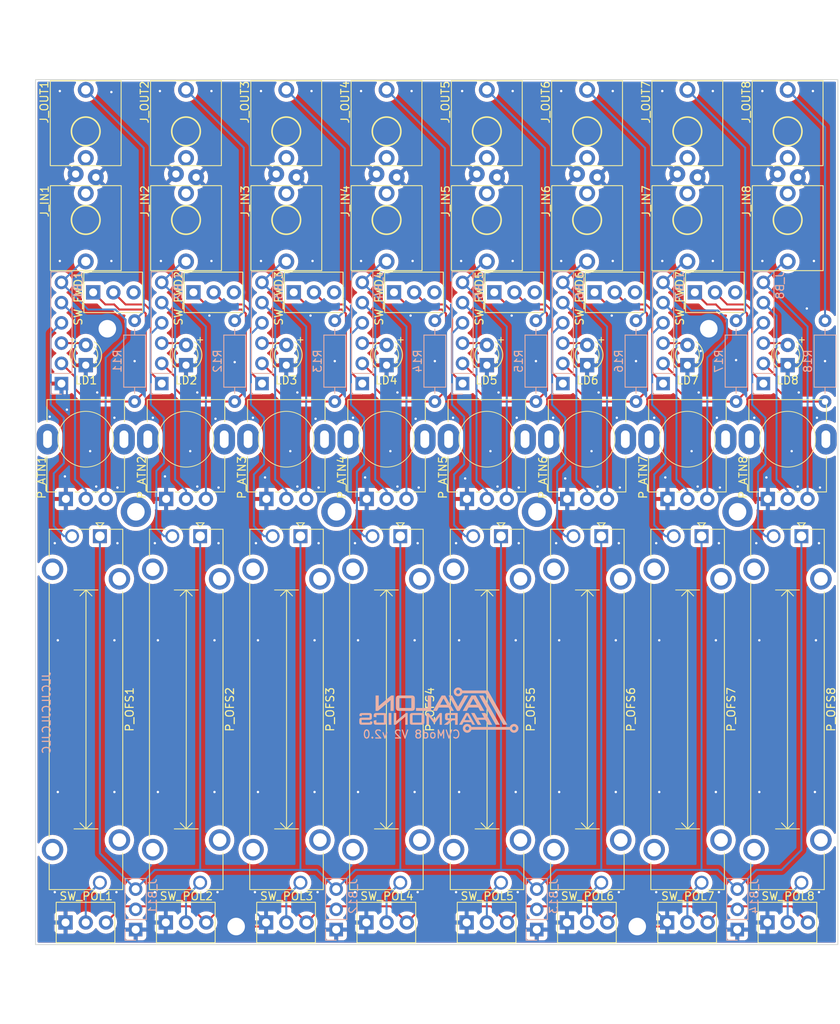
<source format=kicad_pcb>
(kicad_pcb (version 20240108) (generator "pcbnew") (generator_version "8.0")
  (layers (0 "F.Cu" signal) (31 "B.Cu" signal) (34 "B.Paste" user) (35 "F.Paste" user) (36 "B.SilkS" user "B.Silkscreen") (37 "F.SilkS" user "F.Silkscreen") (38 "B.Mask" user) (39 "F.Mask" user) (44 "Edge.Cuts" user))
  (net 0 "")
  (net 1 "Net-(J_B4-Pin_2)")
  (net 2 "Net-(J_OUT4-PadSIG)")
  (net 3 "Net-(J_B5-Pin_2)")
  (net 4 "Net-(J_OUT5-PadSIG)")
  (net 5 "Net-(J_B7-Pin_2)")
  (net 6 "Net-(J_OUT7-PadSIG)")
  (net 7 "Net-(J_OUT8-PadSIG)")
  (net 8 "Net-(J_B8-Pin_2)")
  (net 9 "Net-(J_OUT1-PadSIG)")
  (net 10 "Net-(J_B1-Pin_2)")
  (net 11 "Net-(J_OUT6-PadSIG)")
  (net 12 "Net-(J_B6-Pin_2)")
  (net 13 "Net-(J_B3-Pin_2)")
  (net 14 "Net-(J_OUT3-PadSIG)")
  (net 15 "Net-(J_B2-Pin_2)")
  (net 16 "Net-(J_OUT2-PadSIG)")
  (net 17 "Net-(SW_POL6-B)")
  (net 18 "+5V")
  (net 19 "Net-(J_B6-Pin_4)")
  (net 20 "Net-(SW_POL5-B)")
  (net 21 "Net-(J_B5-Pin_4)")
  (net 22 "Net-(J_B8-Pin_4)")
  (net 23 "Net-(SW_POL8-B)")
  (net 24 "Net-(SW_POL7-B)")
  (net 25 "Net-(J_B7-Pin_4)")
  (net 26 "Net-(SW_POL4-B)")
  (net 27 "Net-(J_B4-Pin_4)")
  (net 28 "Net-(J_B3-Pin_4)")
  (net 29 "Net-(SW_POL3-B)")
  (net 30 "Net-(SW_POL2-B)")
  (net 31 "Net-(J_B2-Pin_4)")
  (net 32 "Net-(SW_POL1-B)")
  (net 33 "Net-(J_B1-Pin_4)")
  (net 34 "-5V")
  (net 35 "GND")
  (net 36 "Net-(J_B2-Pin_3)")
  (net 37 "Net-(J_B3-Pin_3)")
  (net 38 "Net-(J_B4-Pin_3)")
  (net 39 "Net-(J_B5-Pin_3)")
  (net 40 "Net-(J_B6-Pin_3)")
  (net 41 "Net-(J_B7-Pin_3)")
  (net 42 "Net-(J_B8-Pin_3)")
  (net 43 "Net-(J_B1-Pin_3)")
  (net 45 "/FWD3")
  (net 47 "/FWD1")
  (net 48 "/FWD2")
  (net 50 "/FWD4")
  (net 53 "/FWD5")
  (net 55 "/FWD6")
  (net 56 "/FWD7")
  (net 58 "Net-(J_B5-Pin_5)")
  (net 59 "Net-(J_B5-Pin_6)")
  (net 60 "Net-(J_B6-Pin_5)")
  (net 61 "Net-(J_B6-Pin_6)")
  (net 62 "Net-(J_B7-Pin_5)")
  (net 63 "Net-(J_B7-Pin_6)")
  (net 64 "Net-(J_B8-Pin_6)")
  (net 65 "Net-(J_B8-Pin_5)")
  (net 66 "Net-(J_B1-Pin_5)")
  (net 67 "Net-(J_B1-Pin_6)")
  (net 68 "Net-(J_B2-Pin_6)")
  (net 69 "Net-(J_B2-Pin_5)")
  (net 70 "Net-(J_B3-Pin_6)")
  (net 71 "Net-(J_B3-Pin_5)")
  (net 72 "Net-(J_B4-Pin_5)")
  (net 73 "Net-(J_B4-Pin_6)")
  (footprint "Eurorack:Potentiometer Song Huei 9mm Trimmer" (layer "F.Cu") (at 59.4156 86.9002 90)
    (property "Reference" "P_ATN2")
    (property "Value" "B100k" (hide yes))
  )
  (footprint "Eurorack:PJ301M-12 Offset" (layer "F.Cu") (at 109.8092 59.3648 180)
    (property "Reference" "J_IN6")
    (property "Value" "PJ301M-12" (hide yes))
  )
  (footprint "LED_THT:LED_D3.0mm_FlatTop" (layer "F.Cu") (at 84.6124 77.597 90)
    (property "Reference" "LD4")
    (property "Value" "LED (Bi)")
  )
  (footprint "Eurorack:SPDT" (layer "F.Cu") (at 62.8904 68.453 90)
    (property "Reference" "SW_FWD2")
    (property "Value" "SW_SPDT")
  )
  (footprint "Eurorack:SPDT" (layer "F.Cu") (at 46.8172 147.574 90)
    (property "Reference" "SW_POL1")
    (property "Value" "SW_SPDT")
  )
  (footprint "Eurorack:SPDT" (layer "F.Cu") (at 135.006 147.574 90)
    (property "Reference" "SW_POL8")
    (property "Value" "SW_SPDT")
  )
  (footprint "Potentiometer_THT:Potentiometer_Bourns_PTA3043_Single_Slide" (layer "F.Cu") (at 111.5872 99.0728 -90)
    (property "Reference" "P_OFS6")
    (property "Value" "B100k")
  )
  (footprint "Potentiometer_THT:Potentiometer_Bourns_PTA3043_Single_Slide" (layer "F.Cu") (at 86.3396 99.0728 -90)
    (property "Reference" "P_OFS4")
    (property "Value" "B100k")
  )
  (footprint "Eurorack:PJ301M-12 Offset" (layer "F.Cu") (at 122.4076 59.3648 180)
    (property "Reference" "J_IN7")
    (property "Value" "PJ301M-12" (hide yes))
  )
  (footprint "Eurorack:PJ301M-12 Offset" (layer "F.Cu") (at 46.8172 48.2396)
    (property "Reference" "J_OUT1")
    (property "Value" "PJ301M-12" (hide yes))
  )
  (footprint "Eurorack:SPDT" (layer "F.Cu") (at 75.4888 68.453 90)
    (property "Reference" "SW_FWD3")
    (property "Value" "SW_SPDT")
  )
  (footprint "LED_THT:LED_D3.0mm_FlatTop" (layer "F.Cu") (at 97.2108 77.597 90)
    (property "Reference" "LD5")
    (property "Value" "LED (Bi)")
  )
  (footprint "LED_THT:LED_D3.0mm_FlatTop" (layer "F.Cu") (at 109.8092 77.597 90)
    (property "Reference" "LD6")
    (property "Value" "LED (Bi)")
  )
  (footprint "Eurorack:M2 Screw Hole" (layer "F.Cu") (at 116.1084 148.082)
    (property "Reference" "REF**" (hide yes))
    (property "Value" "M2 Screw Hole" (hide yes))
  )
  (footprint "Eurorack:SPDT" (layer "F.Cu") (at 122.4076 147.574 90)
    (property "Reference" "SW_POL7")
    (property "Value" "SW_SPDT")
  )
  (footprint "Eurorack:M2 Screw Hole" (layer "F.Cu") (at 65.7148 148.082)
    (property "Reference" "REF**" (hide yes))
    (property "Value" "M2 Screw Hole" (hide yes))
  )
  (footprint "Eurorack:PJ301M-12 Offset" (layer "F.Cu") (at 109.8092 48.2396)
    (property "Reference" "J_OUT6")
    (property "Value" "PJ301M-12" (hide yes))
  )
  (footprint "Eurorack:Potentiometer Song Huei 9mm Trimmer" (layer "F.Cu") (at 84.6124 86.9002 90)
    (property "Reference" "P_ATN4")
    (property "Value" "B100k" (hide yes))
  )
  (footprint "LED_THT:LED_D3.0mm_FlatTop" (layer "F.Cu") (at 46.8172 77.597 90)
    (property "Reference" "LD1")
    (property "Value" "LED (Bi)")
  )
  (footprint "Eurorack:M2 Screw Hole" (layer "F.Cu") (at 128.7068 96.012)
    (property "Reference" "REF**" (hide yes))
    (property "Value" "M2 Screw Hole" (hide yes))
  )
  (footprint "Potentiometer_THT:Potentiometer_Bourns_PTA3043_Single_Slide" (layer "F.Cu") (at 61.1936 99.0728 -90)
    (property "Reference" "P_OFS2")
    (property "Value" "B100k")
  )
  (footprint "Eurorack:SPDT" (layer "F.Cu") (at 97.2108 147.574 90)
    (property "Reference" "SW_POL5")
    (property "Value" "SW_SPDT")
  )
  (footprint "Potentiometer_THT:Potentiometer_Bourns_PTA3043_Single_Slide" (layer "F.Cu") (at 98.9888 99.0728 -90)
    (property "Reference" "P_OFS5")
    (property "Value" "B100k")
  )
  (footprint "Eurorack:PJ301M-12 Offset" (layer "F.Cu") (at 72.014 48.2396)
    (property "Reference" "J_OUT3")
    (property "Value" "PJ301M-12" (hide yes))
  )
  (footprint "Eurorack:Potentiometer Song Huei 9mm Trimmer" (layer "F.Cu") (at 72.014 86.9002 90)
    (property "Reference" "P_ATN3")
    (property "Value" "B100k" (hide yes))
  )
  (footprint "Eurorack:PJ301M-12 Offset" (layer "F.Cu") (at 84.6124 59.3648 180)
    (property "Reference" "J_IN4")
    (property "Value" "PJ301M-12" (hide yes))
  )
  (footprint "Potentiometer_THT:Potentiometer_Bourns_PTA3043_Single_Slide" (layer "F.Cu") (at 124.1856 99.0728 -90)
    (property "Reference" "P_OFS7")
    (property "Value" "B100k")
  )
  (footprint "Eurorack:M2 Screw Hole" (layer "F.Cu") (at 125.095 73.025)
    (property "Reference" "REF**" (hide yes))
    (property "Value" "M2 Screw Hole" (hide yes))
  )
  (footprint "Eurorack:M2 Screw Hole" (layer "F.Cu") (at 49.53 73.025)
    (property "Reference" "REF**" (hide yes))
    (property "Value" "M2 Screw Hole" (hide yes))
  )
  (footprint "Eurorack:PJ301M-12 Offset" (layer "F.Cu") (at 135.006 48.2396)
    (property "Reference" "J_OUT8")
    (property "Value" "PJ301M-12" (hide yes))
  )
  (footprint "Potentiometer_THT:Potentiometer_Bourns_PTA3043_Single_Slide" (layer "F.Cu") (at 73.792 99.0728 -90)
    (property "Reference" "P_OFS3")
    (property "Value" "B100k")
  )
  (footprint "Eurorack:M2 Screw Hole" (layer "F.Cu") (at 103.51 96.012)
    (property "Reference" "REF**" (hide yes))
    (property "Value" "M2 Screw Hole" (hide yes))
  )
  (footprint "Eurorack:SPDT" (layer "F.Cu") (at 72.014 147.574 90)
    (property "Reference" "SW_POL3")
    (property "Value" "SW_SPDT")
  )
  (footprint "Eurorack:PJ301M-12 Offset" (layer "F.Cu") (at 135.006 59.3648 180)
    (property "Reference" "J_IN8")
    (property "Value" "PJ301M-12" (hide yes))
  )
  (footprint "LED_THT:LED_D3.0mm_FlatTop" (layer "F.Cu") (at 59.4156 77.597 90)
    (property "Reference" "LD2")
    (property "Value" "LED (Bi)")
  )
  (footprint "Eurorack:SPDT" (layer "F.Cu") (at 50.292 68.453 90)
    (property "Reference" "SW_FWD1")
    (property "Value" "SW_SPDT")
  )
  (footprint "Eurorack:SPDT" (layer "F.Cu") (at 88.0872 68.453 90)
    (property "Reference" "SW_FWD4")
    (property "Value" "SW_SPDT")
  )
  (footprint "Potentiometer_THT:Potentiometer_Bourns_PTA3043_Single_Slide" (layer "F.Cu") (at 136.7332 99.0728 -90)
    (property "Reference" "P_OFS8")
    (property "Value" "B100k")
  )
  (footprint "Eurorack:PJ301M-12 Offset" (layer "F.Cu") (at 84.6124 48.2396)
    (property "Reference" "J_OUT4")
    (property "Value" "PJ301M-12" (hide yes))
  )
  (footprint "Eurorack:Potentiometer Song Huei 9mm Trimmer" (layer "F.Cu") (at 97.2108 86.9002 90)
    (property "Reference" "P_ATN5")
    (property "Value" "B100k" (hide yes))
  )
  (footprint "LED_THT:LED_D3.0mm_FlatTop" (layer "F.Cu") (at 72.014 77.597 90)
    (property "Reference" "LD3")
    (property "Value" "LED (Bi)")
  )
  (footprint "Eurorack:PJ301M-12 Offset" (layer "F.Cu") (at 59.4156 48.2396)
    (property "Reference" "J_OUT2")
    (property "Value" "PJ301M-12" (hide yes))
  )
  (footprint "LED_THT:LED_D3.0mm_FlatTop" (layer "F.Cu") (at 135.006 77.597 90)
    (property "Reference" "LD8")
    (property "Value" "LED (Bi)")
  )
  (footprint "Eurorack:PJ301M-12 Offset" (layer "F.Cu") (at 59.4156 59.3648 180)
    (property "Reference" "J_IN2")
    (property "Value" "PJ301M-12" (hide yes))
  )
  (footprint "Eurorack:Potentiometer Song Huei 9mm Trimmer" (layer "F.Cu") (at 46.8172 86.9002 90)
    (property "Reference" "P_ATN1")
    (property "Value" "B100k" (hide yes))
  )
  (footprint "Eurorack:PJ301M-12 Offset" (layer "F.Cu") (at 122.4076 48.2396)
    (property "Reference" "J_OUT7")
    (property "Value" "PJ301M-12" (hide yes))
  )
  (footprint "Eurorack:Potentiometer Song Huei 9mm Trimmer" (layer "F.Cu") (at 109.8092 86.9002 90)
    (property "Reference" "P_ATN6")
    (property "Value" "B100k" (hide yes))
  )
  (footprint "Eurorack:SPDT" (layer "F.Cu") (at 125.8824 68.453 90)
    (property "Reference" "SW_FWD7")
    (property "Value" "SW_SPDT")
  )
  (footprint "Eurorack:M2 Screw Hole" (layer "F.Cu") (at 53.1164 96.012)
    (property "Reference" "REF**" (hide yes))
    (property "Value" "M2 Screw Hole" (hide yes))
  )
  (footprint "Eurorack:SPDT" (layer "F.Cu") (at 84.6124 147.574 90)
    (property "Reference" "SW_POL4")
    (property "Value" "SW_SPDT")
  )
  (footprint "Potentiometer_THT:Potentiometer_Bourns_PTA3043_Single_Slide" (layer "F.Cu") (at 48.5952 99.0728 -90)
    (property "Reference" "P_OFS1")
    (property "Value" "B100k")
  )
  (footprint "Eurorack:PJ301M-12 Offset" (layer "F.Cu") (at 97.2108 59.3648 180)
    (property "Reference" "J_IN5")
    (property "Value" "PJ301M-12" (hide yes))
  )
  (footprint "Eurorack:SPDT" (layer "F.Cu") (at 100.6856 68.453 90)
    (property "Reference" "SW_FWD5")
    (property "Value" "SW_SPDT")
  )
  (footprint "Eurorack:SPDT" (layer "F.Cu") (at 109.8092 147.574 90)
    (property "Reference" "SW_POL6")
    (property "Value" "SW_SPDT")
  )
  (footprint "Eurorack:Potentiometer Song Huei 9mm Trimmer" (layer "F.Cu") (at 122.4076 86.9002 90)
    (property "Reference" "P_ATN7")
    (property "Value" "B100k" (hide yes))
  )
  (footprint "Eurorack:PJ301M-12 Offset" (layer "F.Cu") (at 97.2108 48.2396)
    (property "Reference" "J_OUT5")
    (property "Value" "PJ301M-12" (hide yes))
  )
  (footprint "Eurorack:PJ301M-12 Offset" (layer "F.Cu") (at 46.8172 59.3648 180)
    (property "Reference" "J_IN1")
    (property "Value" "PJ301M-12" (hide yes))
  )
  (footprint "Eurorack:Potentiometer Song Huei 9mm Trimmer" (layer "F.Cu") (at 135.006 86.9002 90)
    (property "Reference" "P_ATN8")
    (property "Value" "B100k" (hide yes))
  )
  (footprint "Eurorack:SPDT" (layer "F.Cu") (at 59.4156 147.574 90)
    (property "Reference" "SW_POL2")
    (property "Value" "SW_SPDT")
  )
  (footprint "Eurorack:M2 Screw Hole" (layer "F.Cu") (at 78.3132 96.012)
    (property "Reference" "REF**" (hide yes))
    (property "Value" "M2 Screw Hole" (hide yes))
  )
  (footprint "Eurorack:PJ301M-12 Offset" (layer "F.Cu") (at 72.014 59.3648 180)
    (property "Reference" "J_IN3")
    (property "Value" "PJ301M-12" (hide yes))
  )
  (footprint "LED_THT:LED_D3.0mm_FlatTop" (layer "F.Cu") (at 122.4076 77.597 90)
    (property "Reference" "LD7")
    (property "Value" "LED (Bi)")
  )
  (footprint "Eurorack:SPDT" (layer "F.Cu") (at 113.284 68.453 90)
    (property "Reference" "SW_FWD6")
    (property "Value" "SW_SPDT")
  )
  (footprint "Resistor_THT:R_Axial_DIN0207_L6.3mm_D2.5mm_P10.16mm_Horizontal" (layer "B.Cu") (at 52.959 82.169 90)
    (property "Reference" "R11")
    (property "Value" "1k")
  )
  (footprint "Resistor_THT:R_Axial_DIN0207_L6.3mm_D2.5mm_P10.16mm_Horizontal" (layer "B.Cu") (at 78.105 82.169 90)
    (property "Reference" "R13")
    (property "Value" "1k")
  )
  (footprint "Connector_PinHeader_2.54mm:PinHeader_1x03_P2.54mm_Vertical" (layer "B.Cu") (at 103.4796 148.463)
    (property "Reference" "J_B13")
    (property "Value" "Conn_01x03_Female")
  )
  (footprint "Resistor_THT:R_Axial_DIN0207_L6.3mm_D2.5mm_P10.16mm_Horizontal" (layer "B.Cu") (at 103.378 82.169 90)
    (property "Reference" "R15")
    (property "Value" "1k")
  )
  (footprint "Resistor_THT:R_Axial_DIN0207_L6.3mm_D2.5mm_P10.16mm_Horizontal" (layer "B.Cu") (at 115.951 82.169 90)
    (property "Reference" "R16")
    (property "Value" "1k")
  )
  (footprint "Connector_PinHeader_2.54mm:PinHeader_1x03_P2.54mm_Vertical" (layer "B.Cu") (at 53.086 148.463)
    (property "Reference" "J_B11")
    (property "Value" "Conn_01x03_Female")
  )
  (footprint "Resistor_THT:R_Axial_DIN0207_L6.3mm_D2.5mm_P10.16mm_Horizontal" (layer "B.Cu") (at 90.678 82.169 90)
    (property "Reference" "R14")
    (property "Value" "1k")
  )
  (footprint "Connector_PinHeader_2.54mm:PinHeader_1x06_P2.54mm_Vertical" (layer "B.Cu") (at 81.5594 79.907)
    (property "Reference" "J_B4")
    (property "Value" "Conn_01x06_Female")
  )
  (footprint "Connector_PinHeader_2.54mm:PinHeader_1x03_P2.54mm_Vertical" (layer "B.Cu") (at 128.6764 148.463)
    (property "Reference" "J_B14")
    (property "Value" "Conn_01x03_Female")
  )
  (footprint "Connector_PinHeader_2.54mm:PinHeader_1x06_P2.54mm_Vertical" (layer "B.Cu") (at 131.953 79.907)
    (property "Reference" "J_B8")
    (property "Value" "Conn_01x06_Female")
  )
  (footprint "Connector_PinHeader_2.54mm:PinHeader_1x06_P2.54mm_Vertical" (layer "B.Cu") (at 94.1578 79.907)
    (property "Reference" "J_B5")
    (property "Value" "Conn_01x06_Female")
  )
  (footprint "Connector_PinHeader_2.54mm:PinHeader_1x06_P2.54mm_Vertical" (layer "B.Cu") (at 56.3626 79.907)
    (property "Reference" "J_B2")
    (property "Value" "Conn_01x06_Female")
  )
  (footprint "Connector_PinHeader_2.54mm:PinHeader_1x06_P2.54mm_Vertical" (layer "B.Cu") (at 106.7562 79.907)
    (property "Reference" "J_B6")
    (property "Value" "Conn_01x06_Female")
  )
  (footprint "Connector_PinHeader_2.54mm:PinHeader_1x06_P2.54mm_Vertical" (layer "B.Cu") (at 119.3546 79.907)
    (property "Reference" "J_B7")
    (property "Value" "Conn_01x06_Female")
  )
  (footprint "Resistor_THT:R_Axial_DIN0207_L6.3mm_D2.5mm_P10.16mm_Horizontal" (layer "B.Cu") (at 139.7 82.169 90)
    (property "Reference" "R18")
    (property "Value" "1k")
  )
  (footprint "Connector_PinHeader_2.54mm:PinHeader_1x06_P2.54mm_Vertical" (layer "B.Cu") (at 68.961 79.907)
    (property "Reference" "J_B3")
    (property "Value" "Conn_01x06_Female")
  )
  (footprint "Resistor_THT:R_Axial_DIN0207_L6.3mm_D2.5mm_P10.16mm_Horizontal" (layer "B.Cu") (at 65.532 82.169 90)
    (property "Reference" "R12")
    (property "Value" "1k")
  )
  (footprint "Connector_PinHeader_2.54mm:PinHeader_1x06_P2.54mm_Vertical" (layer "B.Cu") (at 43.7642 79.907)
    (property "Reference" "J_B1")
    (property "Value" "Conn_01x06_Female")
  )
  (footprint "Connector_PinHeader_2.54mm:PinHeader_1x03_P2.54mm_Vertical" (layer "B.Cu") (at 78.2828 148.463)
    (property "Reference" "J_B12")
    (property "Value" "Conn_01x03_Female")
  )
  (footprint "Resistor_THT:R_Axial_DIN0207_L6.3mm_D2.5mm_P10.16mm_Horizontal" (layer "B.Cu") (at 128.524 82.169 90)
    (property "Reference" "R17")
    (property "Value" "1k")
  )
  (footprint "Logos:Avalon Harmonics 20mm" (layer "B.Cu") (at 91.186 120.904 180)
    (property "Reference" "G***" (hide yes))
    (property "Value" "LOGO" (hide yes))
  )
  (gr_rect (start 40.5116 41.7476) (end 141.3116 150.3476) (stroke (width 0.1)) (fill none) (layer "Edge.Cuts"))
  (gr_text "CVMod8 V2 v2.0" (at 87.757 123.952 0) (layer "B.SilkS") (effects (font (size 1 1)) (justify mirror)))
  (gr_text "JLCJLCJLCJLC" (at 41.8896 121.2564 90) (layer "B.SilkS") (effects (font (size 1 1)) (justify mirror)))
  (segment (start 87.7062 70.612) (end 91.567 70.612) (width 0.25) (layer "F.Cu") (net 1))
  (segment (start 83.185 78.9926) (end 81.5594 77.367) (width 0.25) (layer "F.Cu") (net 1))
  (segment (start 91.567 70.612) (end 92.075 71.12) (width 0.25) (layer "F.Cu") (net 1))
  (segment (start 92.075 80.772) (end 90.678 82.169) (width 0.25) (layer "F.Cu") (net 1))
  (segment (start 85.5472 68.453) (end 87.7062 70.612) (width 0.25) (layer "F.Cu") (net 1))
  (segment (start 84.8614 82.169) (end 83.185 80.4926) (width 0.25) (layer "F.Cu") (net 1))
  (segment (start 83.185 80.4926) (end 83.185 78.9926) (width 0.25) (layer "F.Cu") (net 1))
  (segment (start 90.678 82.169) (end 84.8614 82.169) (width 0.25) (layer "F.Cu") (net 1))
  (segment (start 92.075 71.12) (end 92.075 80.772) (width 0.25) (layer "F.Cu") (net 1))
  (segment (start 91.948 50.3682) (end 91.948 70.739) (width 0.25) (layer "B.Cu") (net 2))
  (segment (start 91.948 70.739) (end 90.678 72.009) (width 0.25) (layer "B.Cu") (net 2))
  (segment (start 84.6124 43.0326) (end 91.948 50.3682) (width 0.25) (layer "B.Cu") (net 2))
  (segment (start 103.378 82.169) (end 97.4598 82.169) (width 0.25) (layer "F.Cu") (net 3))
  (segment (start 98.1456 68.453) (end 100.3046 70.612) (width 0.25) (layer "F.Cu") (net 3))
  (segment (start 104.775 80.772) (end 103.378 82.169) (width 0.25) (layer "F.Cu") (net 3))
  (segment (start 95.885 80.5942) (end 95.885 79.0942) (width 0.25) (layer "F.Cu") (net 3))
  (segment (start 100.3046 70.612) (end 104.267 70.612) (width 0.25) (layer "F.Cu") (net 3))
  (segment (start 97.4598 82.169) (end 95.885 80.5942) (width 0.25) (layer "F.Cu") (net 3))
  (segment (start 104.267 70.612) (end 104.775 71.12) (width 0.25) (layer "F.Cu") (net 3))
  (segment (start 104.775 71.12) (end 104.775 80.772) (width 0.25) (layer "F.Cu") (net 3))
  (segment (start 95.885 79.0942) (end 94.1578 77.367) (width 0.25) (layer "F.Cu") (net 3))
  (segment (start 104.521 70.866) (end 103.378 72.009) (width 0.25) (layer "B.Cu") (net 4))
  (segment (start 97.2108 43.0326) (end 104.521 50.3428) (width 0.25) (layer "B.Cu") (net 4))
  (segment (start 104.521 50.3428) (end 104.521 70.866) (width 0.25) (layer "B.Cu") (net 4))
  (segment (start 121.031 80.5434) (end 121.031 79.0434) (width 0.25) (layer "F.Cu") (net 5))
  (segment (start 129.921 80.772) (end 128.524 82.169) (width 0.25) (layer "F.Cu") (net 5))
  (segment (start 129.921 71.12) (end 129.921 80.772) (width 0.25) (layer "F.Cu") (net 5))
  (segment (start 128.524 82.169) (end 122.6566 82.169) (width 0.25) (layer "F.Cu") (net 5))
  (segment (start 125.984 69.977) (end 126.619 70.612) (width 0.25) (layer "F.Cu") (net 5))
  (segment (start 124.8664 69.977) (end 125.984 69.977) (width 0.25) (layer "F.Cu") (net 5))
  (segment (start 129.413 70.612) (end 129.921 71.12) (width 0.25) (layer "F.Cu") (net 5))
  (segment (start 126.619 70.612) (end 129.413 70.612) (width 0.25) (layer "F.Cu") (net 5))
  (segment (start 123.3424 68.453) (end 124.8664 69.977) (width 0.25) (layer "F.Cu") (net 5))
  (segment (start 121.031 79.0434) (end 119.3546 77.367) (width 0.25) (layer "F.Cu") (net 5))
  (segment (start 122.6566 82.169) (end 121.031 80.5434) (width 0.25) (layer "F.Cu") (net 5))
  (segment (start 122.4076 43.0326) (end 129.667 50.292) (width 0.25) (layer "B.Cu") (net 6))
  (segment (start 129.667 50.292) (end 129.667 70.866) (width 0.25) (layer "B.Cu") (net 6))
  (segment (start 129.667 70.866) (end 128.524 72.009) (width 0.25) (layer "B.Cu") (net 6))
  (segment (start 139.7 47.7266) (end 139.7 72.009) (width 0.25) (layer "B.Cu") (net 7))
  (segment (start 135.006 43.0326) (end 139.7 47.7266) (width 0.25) (layer "B.Cu") (net 7))
  (segment (start 135.255 82.169) (end 133.604 80.518) (width 0.25) (layer "F.Cu") (net 8))
  (segment (start 133.604 80.518) (end 133.604 79.018) (width 0.25) (layer "F.Cu") (net 8))
  (segment (start 139.7 82.169) (end 135.255 82.169) (width 0.25) (layer "F.Cu") (net 8))
  (segment (start 133.604 79.018) (end 131.953 77.367) (width 0.25) (layer "F.Cu") (net 8))
  (segment (start 54.102 50.3174) (end 54.102 70.866) (width 0.25) (layer "B.Cu") (net 9))
  (segment (start 46.8172 43.0326) (end 54.102 50.3174) (width 0.25) (layer "B.Cu") (net 9))
  (segment (start 54.102 70.866) (end 52.959 72.009) (width 0.25) (layer "B.Cu") (net 9))
  (segment (start 54.356 80.772) (end 52.959 82.169) (width 0.25) (layer "F.Cu") (net 10))
  (segment (start 50.3936 69.977) (end 51.0286 70.612) (width 0.25) (layer "F.Cu") (net 10))
  (segment (start 45.466 79.0688) (end 43.7642 77.367) (width 0.25) (layer "F.Cu") (net 10))
  (segment (start 49.276 69.977) (end 50.3936 69.977) (width 0.25) (layer "F.Cu") (net 10))
  (segment (start 53.848 70.612) (end 54.356 71.12) (width 0.25) (layer "F.Cu") (net 10))
  (segment (start 52.959 82.169) (end 47.0662 82.169) (width 0.25) (layer "F.Cu") (net 10))
  (segment (start 45.466 80.5688) (end 45.466 79.0688) (width 0.25) (layer "F.Cu") (net 10))
  (segment (start 51.0286 70.612) (end 53.848 70.612) (width 0.25) (layer "F.Cu") (net 10))
  (segment (start 47.752 68.453) (end 49.276 69.977) (width 0.25) (layer "F.Cu") (net 10))
  (segment (start 47.0662 82.169) (end 45.466 80.5688) (width 0.25) (layer "F.Cu") (net 10))
  (segment (start 54.356 71.12) (end 54.356 80.772) (width 0.25) (layer "F.Cu") (net 10))
  (segment (start 117.094 70.866) (end 115.951 72.009) (width 0.25) (layer "B.Cu") (net 11))
  (segment (start 109.8092 43.0326) (end 117.094 50.3174) (width 0.25) (layer "B.Cu") (net 11))
  (segment (start 117.094 50.3174) (end 117.094 70.866) (width 0.25) (layer "B.Cu") (net 11))
  (segment (start 110.0582 82.169) (end 108.458 80.5688) (width 0.25) (layer "F.Cu") (net 12))
  (segment (start 116.84 70.612) (end 117.348 71.12) (width 0.25) (layer "F.Cu") (net 12))
  (segment (start 112.903 70.612) (end 116.84 70.612) (width 0.25) (layer "F.Cu") (net 12))
  (segment (start 117.348 71.12) (end 117.348 80.772) (width 0.25) (layer "F.Cu") (net 12))
  (segment (start 110.744 68.453) (end 112.903 70.612) (width 0.25) (layer "F.Cu") (net 12))
  (segment (start 108.458 80.5688) (end 108.458 79.0688) (width 0.25) (layer "F.Cu") (net 12))
  (segment (start 115.951 82.169) (end 110.0582 82.169) (width 0.25) (layer "F.Cu") (net 12))
  (segment (start 108.458 79.0688) (end 106.7562 77.367) (width 0.25) (layer "F.Cu") (net 12))
  (segment (start 117.348 80.772) (end 115.951 82.169) (width 0.25) (layer "F.Cu") (net 12))
  (segment (start 75.1078 70.612) (end 78.994 70.612) (width 0.25) (layer "F.Cu") (net 13))
  (segment (start 70.612 80.518) (end 70.612 79.018) (width 0.25) (layer "F.Cu") (net 13))
  (segment (start 79.502 71.12) (end 79.502 80.772) (width 0.25) (layer "F.Cu") (net 13))
  (segment (start 72.263 82.169) (end 70.612 80.518) (width 0.25) (layer "F.Cu") (net 13))
  (segment (start 78.994 70.612) (end 79.502 71.12) (width 0.25) (layer "F.Cu") (net 13))
  (segment (start 78.105 82.169) (end 72.263 82.169) (width 0.25) (layer "F.Cu") (net 13))
  (segment (start 79.502 80.772) (end 78.105 82.169) (width 0.25) (layer "F.Cu") (net 13))
  (segment (start 72.9488 68.453) (end 75.1078 70.612) (width 0.25) (layer "F.Cu") (net 13))
  (segment (start 70.612 79.018) (end 68.961 77.367) (width 0.25) (layer "F.Cu") (net 13))
  (segment (start 79.375 70.739) (end 78.105 72.009) (width 0.25) (layer "B.Cu") (net 14))
  (segment (start 79.375 50.3936) (end 79.375 70.739) (width 0.25) (layer "B.Cu") (net 14))
  (segment (start 72.014 43.0326) (end 79.375 50.3936) (width 0.25) (layer "B.Cu") (net 14))
  (segment (start 66.929 71.12) (end 66.929 80.772) (width 0.25) (layer "F.Cu") (net 15))
  (segment (start 65.532 82.169) (end 59.6646 82.169) (width 0.25) (layer "F.Cu") (net 15))
  (segment (start 60.3504 68.453) (end 62.5094 70.612) (width 0.25) (layer "F.Cu") (net 15))
  (segment (start 66.421 70.612) (end 66.929 71.12) (width 0.25) (layer "F.Cu") (net 15))
  (segment (start 58.039 79.0434) (end 56.3626 77.367) (width 0.25) (layer "F.Cu") (net 15))
  (segment (start 66.929 80.772) (end 65.532 82.169) (width 0.25) (layer "F.Cu") (net 15))
  (segment (start 62.5094 70.612) (end 66.421 70.612) (width 0.25) (layer "F.Cu") (net 15))
  (segment (start 58.039 80.5434) (end 58.039 79.0434) (width 0.25) (layer "F.Cu") (net 15))
  (segment (start 59.6646 82.169) (end 58.039 80.5434) (width 0.25) (layer "F.Cu") (net 15))
  (segment (start 66.675 70.866) (end 65.532 72.009) (width 0.25) (layer "B.Cu") (net 16))
  (segment (start 59.4156 43.0326) (end 66.675 50.292) (width 0.25) (layer "B.Cu") (net 16))
  (segment (start 66.675 50.292) (end 66.675 70.866) (width 0.25) (layer "B.Cu") (net 16))
  (segment (start 109.8092 147.574) (end 109.8092 144.3508) (width 0.25) (layer "B.Cu") (net 17))
  (segment (start 109.8092 144.3508) (end 111.5872 142.5728) (width 0.25) (layer "B.Cu") (net 17))
  (segment (start 124.1856 99.0728) (end 124.1856 140.97) (width 0.25) (layer "B.Cu") (net 18))
  (segment (start 128.6764 143.383) (end 128.6764 143.3576) (width 0.25) (layer "B.Cu") (net 18))
  (segment (start 53.086 143.383) (end 48.5952 138.8922) (width 0.25) (layer "B.Cu") (net 18))
  (segment (start 86.3396 99.0728) (end 86.3396 140.97) (width 0.25) (layer "B.Cu") (net 18))
  (segment (start 73.792 99.0728) (end 73.792 140.97) (width 0.25) (layer "B.Cu") (net 18))
  (segment (start 128.651 143.383) (end 128.6764 143.383) (width 0.25) (layer "B.Cu") (net 18))
  (segment (start 61.1936 99.0728) (end 61.1936 140.97) (width 0.25) (layer "B.Cu") (net 18))
  (segment (start 53.086 143.383) (end 55.499 140.97) (width 0.25) (layer "B.Cu") (net 18))
  (segment (start 105.918 140.97) (end 126.2634 140.97) (width 0.25) (layer "B.Cu") (net 18))
  (segment (start 80.6958 140.97) (end 101.0666 140.97) (width 0.25) (layer "B.Cu") (net 18))
  (segment (start 136.7332 138.4758) (end 136.7332 99.0728) (width 0.25) (layer "B.Cu") (net 18))
  (segment (start 134.239 140.97) (end 136.7332 138.4758) (width 0.25) (layer "B.Cu") (net 18))
  (segment (start 126.238 140.97) (end 128.651 143.383) (width 0.25) (layer "B.Cu") (net 18))
  (segment (start 55.499 140.97) (end 75.8698 140.97) (width 0.25) (layer "B.Cu") (net 18))
  (segment (start 111.5872 99.0728) (end 111.5872 140.97) (width 0.25) (layer "B.Cu") (net 18))
  (segment (start 98.9888 99.0728) (end 98.9888 140.97) (width 0.25) (layer "B.Cu") (net 18))
  (segment (start 103.505 143.383) (end 105.918 140.97) (width 0.25) (layer "B.Cu") (net 18))
  (segment (start 75.8698 140.97) (end 78.2828 143.383) (width 0.25) (layer "B.Cu") (net 18))
  (segment (start 128.6764 143.3576) (end 131.064 140.97) (width 0.25) (layer "B.Cu") (net 18))
  (segment (start 131.0894 140.97) (end 134.239 140.97) (width 0.25) (layer "B.Cu") (net 18))
  (segment (start 78.2828 143.383) (end 80.6958 140.97) (width 0.25) (layer "B.Cu") (net 18))
  (segment (start 48.5952 138.8922) (end 48.5952 99.0728) (width 0.25) (layer "B.Cu") (net 18))
  (segment (start 103.4796 143.383) (end 103.505 143.383) (width 0.25) (layer "B.Cu") (net 18))
  (segment (start 101.0666 140.97) (end 103.4796 143.383) (width 0.25) (layer "B.Cu") (net 18))
  (segment (start 108.0872 99.0728) (end 107.0738 99.0728) (width 0.25) (layer "B.Cu") (net 19))
  (segment (start 107.061 84.201) (end 105.41 82.55) (width 0.25) (layer "B.Cu") (net 19))
  (segment (start 106.045 90.932) (end 107.061 89.916) (width 0.25) (layer "B.Cu") (net 19))
  (segment (start 106.045 98.044) (end 106.045 90.932) (width 0.25) (layer "B.Cu") (net 19))
  (segment (start 105.41 73.6332) (end 106.7562 72.287) (width 0.25) (layer "B.Cu") (net 19))
  (segment (start 107.061 89.916) (end 107.061 84.201) (width 0.25) (layer "B.Cu") (net 19))
  (segment (start 107.0738 99.0728) (end 106.045 98.044) (width 0.25) (layer "B.Cu") (net 19))
  (segment (start 105.41 82.55) (end 105.41 73.6332) (width 0.25) (layer "B.Cu") (net 19))
  (segment (start 97.2108 144.3508) (end 98.9888 142.5728) (width 0.25) (layer "B.Cu") (net 20))
  (segment (start 97.2108 147.574) (end 97.2108 144.3508) (width 0.25) (layer "B.Cu") (net 20))
  (segment (start 92.837 82.55) (end 92.837 73.6078) (width 0.25) (layer "B.Cu") (net 21))
  (segment (start 93.091 91.313) (end 94.361 90.043) (width 0.25) (layer "B.Cu") (net 21))
  (segment (start 93.091 97.663) (end 93.091 91.313) (width 0.25) (layer "B.Cu") (net 21))
  (segment (start 94.361 84.074) (end 92.837 82.55) (width 0.25) (layer "B.Cu") (net 21))
  (segment (start 94.361 90.043) (end 94.361 84.074) (width 0.25) (layer "B.Cu") (net 21))
  (segment (start 92.837 73.6078) (end 94.1578 72.287) (width 0.25) (layer "B.Cu") (net 21))
  (segment (start 94.5008 99.0728) (end 93.091 97.663) (width 0.25) (layer "B.Cu") (net 21))
  (segment (start 95.4888 99.0728) (end 94.5008 99.0728) (width 0.25) (layer "B.Cu") (net 21))
  (segment (start 131.281 90.969) (end 132.207 90.043) (width 0.25) (layer "B.Cu") (net 22))
  (segment (start 132.207 84.201) (end 130.556 82.55) (width 0.25) (layer "B.Cu") (net 22))
  (segment (start 131.281 98.134) (end 131.281 90.969) (width 0.25) (layer "B.Cu") (net 22))
  (segment (start 132.207 90.043) (end 132.207 84.201) (width 0.25) (layer "B.Cu") (net 22))
  (segment (start 132.2198 99.0728) (end 131.281 98.134) (width 0.25) (layer "B.Cu") (net 22))
  (segment (start 133.2332 99.0728) (end 132.2198 99.0728) (width 0.25) (layer "B.Cu") (net 22))
  (segment (start 130.556 73.684) (end 131.953 72.287) (width 0.25) (layer "B.Cu") (net 22))
  (segment (start 130.556 82.55) (end 130.556 73.684) (width 0.25) (layer "B.Cu") (net 22))
  (segment (start 135.006 147.574) (end 135.006 144.3) (width 0.25) (layer "B.Cu") (net 23))
  (segment (start 135.006 144.3) (end 136.7332 142.5728) (width 0.25) (layer "B.Cu") (net 23))
  (segment (start 122.4076 144.3508) (end 124.1856 142.5728) (width 0.25) (layer "B.Cu") (net 24))
  (segment (start 122.4076 147.574) (end 122.4076 144.3508) (width 0.25) (layer "B.Cu") (net 24))
  (segment (start 119.634 89.916) (end 119.634 84.201) (width 0.25) (layer "B.Cu") (net 25))
  (segment (start 118.237 91.313) (end 119.634 89.916) (width 0.25) (layer "B.Cu") (net 25))
  (segment (start 118.237 97.663) (end 118.237 91.313) (width 0.25) (layer "B.Cu") (net 25))
  (segment (start 119.634 84.201) (end 117.983 82.55) (width 0.25) (layer "B.Cu") (net 25))
  (segment (start 120.6856 99.0728) (end 119.6468 99.0728) (width 0.25) (layer "B.Cu") (net 25))
  (segment (start 117.983 73.6586) (end 119.3546 72.287) (width 0.25) (layer "B.Cu") (net 25))
  (segment (start 119.6468 99.0728) (end 118.237 97.663) (width 0.25) (layer "B.Cu") (net 25))
  (segment (start 117.983 82.55) (end 117.983 73.6586) (width 0.25) (layer "B.Cu") (net 25))
  (segment (start 84.6124 147.574) (end 84.6124 144.3) (width 0.25) (layer "B.Cu") (net 26))
  (segment (start 84.6124 144.3) (end 86.3396 142.5728) (width 0.25) (layer "B.Cu") (net 26))
  (segment (start 81.788 84.201) (end 80.137 82.55) (width 0.25) (layer "B.Cu") (net 27))
  (segment (start 80.137 73.7094) (end 81.5594 72.287) (width 0.25) (layer "B.Cu") (net 27))
  (segment (start 80.137 82.55) (end 80.137 73.7094) (width 0.25) (layer "B.Cu") (net 27))
  (segment (start 80.8874 98.1594) (end 80.8874 90.9436) (width 0.25) (layer "B.Cu") (net 27))
  (segment (start 81.788 90.043) (end 81.788 84.201) (width 0.25) (layer "B.Cu") (net 27))
  (segment (start 81.8008 99.0728) (end 80.8874 98.1594) (width 0.25) (layer "B.Cu") (net 27))
  (segment (start 82.8396 99.0728) (end 81.8008 99.0728) (width 0.25) (layer "B.Cu") (net 27))
  (segment (start 80.8874 90.9436) (end 81.788 90.043) (width 0.25) (layer "B.Cu") (net 27))
  (segment (start 70.292 99.0728) (end 69.2278 99.0728) (width 0.25) (layer "B.Cu") (net 28))
  (segment (start 69.2278 99.0728) (end 67.945 97.79) (width 0.25) (layer "B.Cu") (net 28))
  (segment (start 67.564 73.684) (end 68.961 72.287) (width 0.25) (layer "B.Cu") (net 28))
  (segment (start 69.215 90.043) (end 69.215 84.201) (width 0.25) (layer "B.Cu") (net 28))
  (segment (start 67.564 82.55) (end 67.564 73.684) (width 0.25) (layer "B.Cu") (net 28))
  (segment (start 69.215 84.201) (end 67.564 82.55) (width 0.25) (layer "B.Cu") (net 28))
  (segment (start 67.945 97.79) (end 67.945 91.313) (width 0.25) (layer "B.Cu") (net 28))
  (segment (start 67.945 91.313) (end 69.215 90.043) (width 0.25) (layer "B.Cu") (net 28))
  (segment (start 72.014 144.3508) (end 73.792 142.5728) (width 0.25) (layer "B.Cu") (net 29))
  (segment (start 72.014 147.574) (end 72.014 144.3508) (width 0.25) (layer "B.Cu") (net 29))
  (segment (start 59.4156 147.574) (end 59.4156 144.3508) (width 0.25) (layer "B.Cu") (net 30))
  (segment (start 59.4156 144.3508) (end 61.1936 142.5728) (width 0.25) (layer "B.Cu") (net 30))
  (segment (start 55.6906 98.1086) (end 55.6906 90.8674) (width 0.25) (layer "B.Cu") (net 31))
  (segment (start 54.991 82.55) (end 54.991 73.6586) (width 0.25) (layer "B.Cu") (net 31))
  (segment (start 56.6548 99.0728) (end 55.6906 98.1086) (width 0.25) (layer "B.Cu") (net 31))
  (segment (start 55.6906 90.8674) (end 56.642 89.916) (width 0.25) (layer "B.Cu") (net 31))
  (segment (start 56.642 84.201) (end 54.991 82.55) (width 0.25) (layer "B.Cu") (net 31))
  (segment (start 56.642 89.916) (end 56.642 84.201) (width 0.25) (layer "B.Cu") (net 31))
  (segment (start 57.6936 99.0728) (end 56.6548 99.0728) (width 0.25) (layer "B.Cu") (net 31))
  (segment (start 54.991 73.6586) (end 56.3626 72.287) (width 0.25) (layer "B.Cu") (net 31))
  (segment (start 46.8172 144.3508) (end 48.5952 142.5728) (width 0.25) (layer "B.Cu") (net 32))
  (segment (start 46.8172 147.574) (end 46.8172 144.3508) (width 0.25) (layer "B.Cu") (net 32))
  (segment (start 45.0952 99.0728) (end 44.0818 99.0728) (width 0.25) (layer "B.Cu") (net 33))
  (segment (start 42.418 73.6332) (end 43.7642 72.287) (width 0.25) (layer "B.Cu") (net 33))
  (segment (start 42.799 91.186) (end 44.069 89.916) (width 0.25) (layer "B.Cu") (net 33))
  (segment (start 44.069 84.201) (end 42.418 82.55) (width 0.25) (layer "B.Cu") (net 33))
  (segment (start 44.0818 99.0728) (end 42.799 97.79) (width 0.25) (layer "B.Cu") (net 33))
  (segment (start 42.799 97.79) (end 42.799 91.186) (width 0.25) (layer "B.Cu") (net 33))
  (segment (start 42.418 82.55) (end 42.418 73.6332) (width 0.25) (layer "B.Cu") (net 33))
  (segment (start 44.069 89.916) (end 44.069 84.201) (width 0.25) (layer "B.Cu") (net 33))
  (segment (start 103.4796 145.923) (end 103.8606 145.542) (width 0.25) (layer "F.Cu") (net 34))
  (segment (start 122.9156 145.542) (end 124.9476 147.574) (width 0.25) (layer "F.Cu") (net 34))
  (segment (start 110.3172 145.542) (end 112.3492 147.574) (width 0.25) (layer "F.Cu") (net 34))
  (segment (start 78.6638 145.542) (end 85.1204 145.542) (width 0.25) (layer "F.Cu") (net 34))
  (segment (start 101.7828 145.542) (end 103.0986 145.542) (width 0.25) (layer "F.Cu") (net 34))
  (segment (start 99.7508 147.574) (end 101.7828 145.542) (width 0.25) (layer "F.Cu") (net 34))
  (segment (start 63.9876 145.542) (end 72.522 145.542) (width 0.25) (layer "F.Cu") (net 34))
  (segment (start 103.8606 145.542) (end 110.3172 145.542) (width 0.25) (layer "F.Cu") (net 34))
  (segment (start 89.1844 145.542) (end 97.7188 145.542) (width 0.25) (layer "F.Cu") (net 34))
  (segment (start 128.2954 145.542) (end 128.6764 145.923) (width 0.25) (layer "F.Cu") (net 34))
  (segment (start 103.0986 145.542) (end 103.4796 145.923) (width 0.25) (layer "F.Cu") (net 34))
  (segment (start 77.9018 145.542) (end 78.2828 145.923) (width 0.25) (layer "F.Cu") (net 34))
  (segment (start 53.086 145.923) (end 52.705 145.542) (width 0.25) (layer "F.Cu") (net 34))
  (segment (start 53.086 145.923) (end 53.467 145.542) (width 0.25) (layer "F.Cu") (net 34))
  (segment (start 78.2828 145.923) (end 78.6638 145.542) (width 0.25) (layer "F.Cu") (net 34))
  (segment (start 97.7188 145.542) (end 99.7508 147.574) (width 0.25) (layer "F.Cu") (net 34))
  (segment (start 124.9476 147.574) (end 126.9796 145.542) (width 0.25) (layer "F.Cu") (net 34))
  (segment (start 59.9236 145.542) (end 61.9556 147.574) (width 0.25) (layer "F.Cu") (net 34))
  (segment (start 76.586 145.542) (end 77.9018 145.542) (width 0.25) (layer "F.Cu") (net 34))
  (segment (start 85.1204 145.542) (end 87.1524 147.574) (width 0.25) (layer "F.Cu") (net 34))
  (segment (start 129.0574 145.542) (end 135.514 145.542) (width 0.25) (layer "F.Cu") (net 34))
  (segment (start 51.3892 145.542) (end 49.3572 147.574) (width 0.25) (layer "F.Cu") (net 34))
  (segment (start 112.3492 147.574) (end 114.3812 145.542) (width 0.25) (layer "F.Cu") (net 34))
  (segment (start 128.6764 145.923) (end 129.0574 145.542) (width 0.25) (layer "F.Cu") (net 34))
  (segment (start 72.522 145.542) (end 74.554 147.574) (width 0.25) (layer "F.Cu") (net 34))
  (segment (start 61.9556 147.574) (end 63.9876 145.542) (width 0.25) (layer "F.Cu") (net 34))
  (segment (start 87.1524 147.574) (end 89.1844 145.542) (width 0.25) (layer "F.Cu") (net 34))
  (segment (start 135.514 145.542) (end 137.546 147.574) (width 0.25) (layer "F.Cu") (net 34))
  (segment (start 114.3812 145.542) (end 122.9156 145.542) (width 0.25) (layer "F.Cu") (net 34))
  (segment (start 126.9796 145.542) (end 128.2954 145.542) (width 0.25) (layer "F.Cu") (net 34))
  (segment (start 53.467 145.542) (end 59.9236 145.542) (width 0.25) (layer "F.Cu") (net 34))
  (segment (start 52.705 145.542) (end 51.3892 145.542) (width 0.25) (layer "F.Cu") (net 34))
  (segment (start 74.554 147.574) (end 76.586 145.542) (width 0.25) (layer "F.Cu") (net 34))
  (segment (start 68.966 148.082) (end 69.474 147.574) (width 0.25) (layer "F.Cu") (net 35))
  (segment (start 116.1084 148.082) (end 119.3596 148.082) (width 0.25) (layer "F.Cu") (net 35))
  (segment (start 65.7148 148.082) (end 68.966 148.082) (width 0.25) (layer "F.Cu") (net 35))
  (segment (start 119.3596 148.082) (end 119.8676 147.574) (width 0.25) (layer "F.Cu") (net 35))
  (via (at 100.457 64.516) (size 0.6) (drill 0.3) (layers "F.Cu" "B.Cu") (net 35))
  (via (at 88.138 131.191) (size 0.6) (drill 0.3) (layers "F.Cu" "B.Cu") (net 35))
  (via (at 94.488 91.821) (size 0.6) (drill 0.3) (layers "F.Cu" "B.Cu") (net 35))
  (via (at 98.552 92.837) (size 0.6) (drill 0.3) (layers "F.Cu" "B.Cu") (net 35))
  (via (at 85.09 88.392) (size 0.6) (drill 0.3) (layers "F.Cu" "B.Cu") (net 35))
  (via (at 80.645 99.949) (size 0.6) (drill 0.3) (layers "F.Cu" "B.Cu") (net 35))
  (via (at 50.419 131.191) (size 0.6) (drill 0.3) (layers "F.Cu" "B.Cu") (net 35))
  (via (at 118.872 112.141) (size 0.6) (drill 0.3) (layers "F.Cu" "B.Cu") (net 35))
  (via (at 138.938 99.949) (size 0.6) (drill 0.3) (layers "F.Cu" "B.Cu") (net 35))
  (via (at 97.663 88.392) (size 0.6) (drill 0.3) (layers "F.Cu" "B.Cu") (net 35))
  (via (at 48.133 92.837) (size 0.6) (drill 0.3) (layers "F.Cu" "B.Cu") (net 35))
  (via (at 90.678 77.089) (size 0.6) (drill 0.3) (layers "F.Cu" "B.Cu") (net 35))
  (via (at 118.491 99.949) (size 0.6) (drill 0.3) (layers "F.Cu" "B.Cu") (net 35))
  (via (at 63.373 143.764) (size 0.6) (drill 0.3) (layers "F.Cu" "B.Cu") (net 35))
  (via (at 136.398 81.026) (size 0.6) (drill 0.3) (layers "F.Cu" "B.Cu") (net 35))
  (via (at 50.8 99.949) (size 0.6) (drill 0.3) (layers "F.Cu" "B.Cu") (net 35))
  (via (at 118.872 131.191) (size 0.6) (drill 0.3) (layers "F.Cu" "B.Cu") (net 35))
  (via (at 60.833 81.026) (size 0.6) (drill 0.3) (layers "F.Cu" "B.Cu") (net 35))
  (via (at 125.984 112.141) (size 0.6) (drill 0.3) (layers "F.Cu" "B.Cu") (net 35))
  (via (at 126.492 92.964) (size 0.6) (drill 0.3) (layers "F.Cu" "B.Cu") (net 35))
  (via (at 76.073 92.964) (size 0.6) (drill 0.3) (layers "F.Cu" "B.Cu") (net 35))
  (via (at 111.252 81.026) (size 0.6) (drill 0.3) (layers "F.Cu" "B.Cu") (net 35))
  (via (at 93.98 64.516) (size 0.6) (drill 0.3) (layers "F.Cu" "B.Cu") (net 35))
  (via (at 131.064 143.764) (size 0.6) (drill 0.3) (layers "F.Cu" "B.Cu") (net 35))
  (via (at 55.245 84.201) (size 0.6) (drill 0.3) (layers "F.Cu" "B.Cu") (net 35))
  (via (at 62.611 64.516) (size 0.6) (drill 0.3) (layers "F.Cu" "B.Cu") (net 35))
  (via (at 105.537 84.201) (size 0.6) (drill 0.3) (layers "F.Cu" "B.Cu") (net 35))
  (via (at 106.553 43.18) (size 0.6) (drill 0.3) (layers "F.Cu" "B.Cu") (net 35))
  (via (at 113.919 92.964) (size 0.6) (drill 0.3) (layers "F.Cu" "B.Cu") (net 35))
  (via (at 93.726 112.141) (size 0.6) (drill 0.3) (layers "F.Cu" "B.Cu") (net 35))
  (via (at 131.445 112.141) (size 0.6) (drill 0.3) (layers "F.Cu" "B.Cu") (net 35))
  (via (at 135.509 88.392) (size 0.6) (drill 0.3) (layers "F.Cu" "B.Cu") (net 35))
  (via (at 93.345 143.764) (size 0.6) (drill 0.3) (layers "F.Cu" "B.Cu") (net 35))
  (via (at 87.757 43.18) (size 0.6) (drill 0.3) (layers "F.Cu" "B.Cu") (net 35))
  (via (at 103.378 77.089) (size 0.6) (drill 0.3) (layers "F.Cu" "B.Cu") (net 35))
  (via (at 81.026 131.191) (size 0.6) (drill 0.3) (layers "F.Cu" "B.Cu") (net 35))
  (via (at 110.363 88.392) (size 0.6) (drill 0.3) (layers "F.Cu" "B.Cu") (net 35))
  (via (at 48.26 81.026) (size 0.6) (drill 0.3) (layers "F.Cu" "B.Cu") (net 35))
  (via (at 125.603 43.18) (size 0.6) (drill 0.3) (layers "F.Cu" "B.Cu") (net 35))
  (via (at 138.43 131.191) (size 0.6) (drill 0.3) (layers "F.Cu" "B.Cu") (net 35))
  (via (at 68.453 112.141) (size 0.6) (drill 0.3) (layers "F.Cu" "B.Cu") (net 35))
  (via (at 106.299 112.141) (size 0.6) (drill 0.3) (layers "F.Cu" "B.Cu") (net 35))
  (via (at 118.491 143.764) (size 0.6) (drill 0.3) (layers "F.Cu" "B.Cu") (net 35))
  (via (at 101.219 92.964) (size 0.6) (drill 0.3) (layers "F.Cu" "B.Cu") (net 35))
  (via (at 68.834 64.516) (size 0.6) (drill 0.3) (layers "F.Cu" "B.Cu") (net 35))
  (via (at 44.196 91.567) (size 0.6) (drill 0.3) (layers "F.Cu" "B.Cu") (net 35))
  (via (at 85.979 81.026) (size 0.6) (drill 0.3) (layers "F.Cu" "B.Cu") (net 35))
  (via (at 126.365 143.764) (size 0.6) (drill 0.3) (layers "F.Cu" "B.Cu") (net 35))
  (via (at 113.792 99.949) (size 0.6) (drill 0.3) (layers "F.Cu" "B.Cu") (net 35))
  (via (at 43.307 131.191) (size 0.6) (drill 0.3) (layers "F.Cu" "B.Cu") (net 35))
  (via (at 123.825 81.026) (size 0.6) (drill 0.3) (layers "F.Cu" "B.Cu") (net 35))
  (via (at 56.134 43.18) (size 0.6) (drill 0.3) (layers "F.Cu" "B.Cu") (net 35))
  (via (at 138.938 143.764) (size 0.6) (drill 0.3) (layers "F.Cu" "B.Cu") (net 35))
  (via (at 42.926 143.764) (size 0.6) (drill 0.3) (layers "F.Cu" "B.Cu") (net 35))
  (via (at 50.038 43.307) (size 0.6) (drill 0.3) (layers "F.Cu" "B.Cu") (net 35))
  (via (at 132.334 91.694) (size 0.6) (drill 0.3) (layers "F.Cu" "B.Cu") (net 35))
  (via (at 50.8 92.964) (size 0.6) (drill 0.3) (layers "F.Cu" "B.Cu") (net 35))
  (via (at 75.311 64.516) (size 0.6) (drill 0.3) (layers "F.Cu" "B.Cu") (net 35))
  (via (at 107.061 91.821) (size 0.6) (drill 0.3) (layers "F.Cu" "B.Cu") (net 35))
  (via (at 106.553 64.516) (size 0.6) (drill 0.3) (layers "F.Cu" "B.Cu") (net 35))
  (via (at 50.038 64.516) (size 0.6) (drill 0.3) (layers "F.Cu" "B.Cu") (net 35))
  (via (at 113.03 43.18) (size 0.6) (drill 0.3) (layers "F.Cu" "B.Cu") (net 35))
  (via (at 126.111 84.201) (size 0.6) (drill 0.3) (layers "F.Cu" "B.Cu") (net 35))
  (via (at 59.944 88.392) (size 0.6) (drill 0.3) (layers "F.Cu" "B.Cu") (net 35))
  (via (at 63.5 99.949) (size 0.6) (drill 0.3) (layers "F.Cu" "B.Cu") (net 35))
  (via (at 118.237 84.201) (size 0.6) (drill 0.3) (layers "F.Cu" "B.Cu") (net 35))
  (via (at 75.565 112.141) (size 0.6) (drill 0.3) (layers "F.Cu" "B.Cu") (net 35))
  (via (at 50.673 143.764) (size 0.6) (drill 0.3) (layers "F.Cu" "B.Cu") (net 35))
  (via (at 88.138 112.141) (size 0.6) (drill 0.3) (layers "F.Cu" "B.Cu") (net 35))
  (via (at 52.959 77.089) (size 0.6) (drill 0.3) (layers "F.Cu" "B.Cu") (net 35))
  (via (at 62.357 71.374) (size 0.6) (drill 0.3) (layers "F.Cu" "B.Cu") (net 35))
  (via (at 42.926 99.949) (size 0.6) (drill 0.3) (layers "F.Cu" "B.Cu") (net 35))
  (via (at 67.818 84.201) (size 0.6) (drill 0.3) (layers "F.Cu" "B.Cu") (net 35))
  (via (at 85.979 92.837) (size 0.6) (drill 0.3) (layers "F.Cu" "B.Cu") (net 35))
  (via (at 113.792 143.764) (size 0.6) (drill 0.3) (layers "F.Cu" "B.Cu") (net 35))
  (via (at 63.119 84.328) (size 0.6) (drill 0.3) (layers "F.Cu" "B.Cu") (net 35))
  (via (at 100.965 84.201) (size 0.6) (drill 0.3) (layers "F.Cu" "B.Cu") (net 35))
  (via (at 81.026 112.141) (size 0.6) (drill 0.3) (layers "F.Cu" "B.Cu") (net 35))
  (via (at 88.265 84.328) (size 0.6) (drill 0.3) (layers "F.Cu" "B.Cu") (net 35))
  (via (at 138.176 43.18) (size 0.6) (drill 0.3) (layers "F.Cu" "B.Cu") (net 35))
  (via (at 75.184 43.18) (size 0.6) (drill 0.3) (layers "F.Cu" "B.Cu") (net 35))
  (via (at 43.561 43.18) (size 0.6) (drill 0.3) (layers "F.Cu" "B.Cu") (net 35))
  (via (at 98.679 81.026) (size 0.6) (drill 0.3) (layers "F.Cu" "B.Cu") (net 35))
  (via (at 80.645 143.764) (size 0.6) (drill 0.3) (layers "F.Cu" "B.Cu") (net 35))
  (via (at 63.5 92.964) (size 0.6) (drill 0.3) (layers "F.Cu" "B.Cu") (net 35))
  (via (at 55.88 131.191) (size 0.6) (drill 0.3) (layers "F.Cu" "B.Cu") (net 35))
  (via (at 139.065 92.964) (size 0.6) (drill 0.3) (layers "F.Cu" "B.Cu") (net 35))
  (via (at 131.445 131.191) (size 0.6) (drill 0.3) (layers "F.Cu" "B.Cu") (net 35))
  (via (at 100.838 112.141) (size 0.6) (drill 0.3) (layers "F.Cu" "B.Cu") (net 35))
  (via (at 101.092 143.764) (size 0.6) (drill 0.3) (layers "F.Cu" "B.Cu") (net 35))
  (via (at 100.457 43.18) (size 0.6) (drill 0.3) (layers "F.Cu" "B.Cu") (net 35))
  (via (at 75.946 143.764) (size 0.6) (drill 0.3) (layers "F.Cu" "B.Cu") (net 35))
  (via (at 68.199 99.949) (size 0.6) (drill 0.3) (layers "F.Cu" "B.Cu") (net 35))
  (via (at 128.524 76.962) (size 0.6) (drill 0.3) (layers "F.Cu" "B.Cu") (net 35))
  (via (at 73.406 92.837) (size 0.6) (drill 0.3) (layers "F.Cu" "B.Cu") (net 35))
  (via (at 113.538 84.201) (size 0.6) (drill 0.3) (layers "F.Cu" "B.Cu") (net 35))
  (via (at 72.517 88.392) (size 0.6) (drill 0.3) (layers "F.Cu" "B.Cu") (net 35))
  (via (at 87.884 64.516) (size 0.6) (drill 0.3) (layers "F.Cu" "B.Cu") (net 35))
  (via (at 75.057 71.374) (size 0.6) (drill 0.3) (layers "F.Cu" "B.Cu") (net 35))
  (via (at 138.303 64.516) (size 0.6) (drill 0.3) (layers "F.Cu" "B.Cu") (net 35))
  (via (at 137.414 70.485) (size 0.6) (drill 0.3) (layers "F.Cu" "B.Cu") (net 35))
  (via (at 55.88 112.141) (size 0.6) (drill 0.3) (layers "F.Cu" "B.Cu") (net 35))
  (via (at 78.105 77.089) (size 0.6) (drill 0.3) (layers "F.Cu" "B.Cu") (net 35))
  (via (at 62.992 112.141) (size 0.6) (drill 0.3) (layers "F.Cu" "B.Cu") (net 35))
  (via (at 68.834 43.18) (size 0.6) (drill 0.3) (layers "F.Cu" "B.Cu") (net 35))
  (via (at 101.219 99.949) (size 0.6) (drill 0.3) (layers "F.Cu" "B.Cu") (net 35))
  (via (at 68.072 143.764) (size 0.6) (drill 0.3) (layers "F.Cu" "B.Cu") (net 35))
  (via (at 125.603 64.516) (size 0.6) (drill 0.3) (layers "F.Cu" "B.Cu") (net 35))
  (via (at 47.371 88.392) (size 0.6) (drill 0.3) (layers "F.Cu" "B.Cu") (net 35))
  (via (at 131.826 64.516) (size 0.6) (drill 0.3) (layers "F.Cu" "B.Cu") (net 35))
  (via (at 126.365 99.949) (size 0.6) (drill 0.3) (layers "F.Cu" "B.Cu") (net 35))
  (via (at 69.342 91.694) (size 0.6) (drill 0.3) (layers "F.Cu" "B.Cu") (net 35))
  (via (at 105.918 99.949) (size 0.6) (drill 0.3) (layers "F.Cu" "B.Cu") (net 35))
  (via (at 93.726 131.191) (size 0.6) (drill 0.3) (layers "F.Cu" "B.Cu") (net 35))
  (via (at 88.519 143.764) (size 0.6) (drill 0.3) (layers "F.Cu" "B.Cu") (net 35))
  (via (at 43.307 112.141) (size 0.6) (drill 0.3) (layers "F.Cu" "B.Cu") (net 35))
  (via (at 93.345 99.949) (size 0.6) (drill 0.3) (layers "F.Cu" "B.Cu") (net 35))
  (via (at 73.406 81.026) (size 0.6) (drill 0.3) (layers "F.Cu" "B.Cu") (net 35))
  (via (at 111.125 92.837) (size 0.6) (drill 0.3) (layers "F.Cu" "B.Cu") (net 35))
  (via (at 60.833 92.837) (size 0.6) (drill 0.3) (layers "F.Cu" "B.Cu") (net 35))
  (via (at 119.253 43.18) (size 0.6) (drill 0.3) (layers "F.Cu" "B.Cu") (net 35))
  (via (at 113.411 131.191) (size 0.6) (drill 0.3) (layers "F.Cu" "B.Cu") (net 35))
  (via (at 119.634 91.694) (size 0.6) (drill 0.3) (layers "F.Cu" "B.Cu") (net 35))
  (via (at 138.684 84.201) (size 0.6) (drill 0.3) (layers "F.Cu" "B.Cu") (net 35))
  (via (at 122.936 88.392) (size 0.6) (drill 0.3) (layers "F.Cu" "B.Cu") (net 35))
  (via (at 44.45 83.185) (size 0.6) (drill 0.3) (layers "F.Cu" "B.Cu") (net 35))
  (via (at 105.918 143.764) (size 0.6) (drill 0.3) (layers "F.Cu" "B.Cu") (net 35))
  (via (at 113.03 64.516) (size 0.6) (drill 0.3) (layers "F.Cu" "B.Cu") (net 35))
  (via (at 43.561 64.516) (size 0.6) (drill 0.3) (layers "F.Cu" "B.Cu") (net 35))
  (via (at 131.064 99.949) (size 0.6) (drill 0.3) (layers "F.Cu" "B.Cu") (net 35))
  (via (at 130.81 84.201) (size 0.6) (drill 0.3) (layers "F.Cu" "B.Cu") (net 35))
  (via (at 115.951 77.089) (size 0.6) (drill 0.3) (layers "F.Cu" "B.Cu") (net 35))
  (via (at 81.407 64.516) (size 0.6) (drill 0.3) (layers "F.Cu" "B.Cu") (net 35))
  (via (at 42.291 84.074) (size 0.6) (drill 0.3) (layers "F.Cu" "B.Cu") (net 35))
  (via (at 88.519 99.949) (size 0.6) (drill 0.3) (layers "F.Cu" "B.Cu") (net 35))
  (via (at 55.499 99.949) (size 0.6) (drill 0.3) (layers "F.Cu" "B.Cu") (net 35))
  (via (at 106.299 131.191) (size 0.6) (drill 0.3) (layers "F.Cu" "B.Cu") (net 35))
  (via (at 65.532 77.216) (size 0.6) (drill 0.3) (layers "F.Cu" "B.Cu") (net 35))
  (via (at 80.391 84.201) (size 0.6) (drill 0.3) (layers "F.Cu" "B.Cu") (net 35))
  (via (at 119.253 64.516) (size 0.6) (drill 0.3) (layers "F.Cu" "B.Cu") (net 35))
  (via (at 56.261 64.516) (size 0.6) (drill 0.3) (layers "F.Cu" "B.Cu") (net 35))
  (via (at 62.611 43.18) (size 0.6) (drill 0.3) (layers "F.Cu" "B.Cu") (net 35))
  (via (at 131.826 43.18) (size 0.6) (drill 0.3) (layers "F.Cu" "B.Cu") (net 35))
  (via (at 100.838 131.191) (size 0.6) (drill 0.3) (layers "F.Cu" "B.Cu") (net 35))
  (via (at 62.992 131.191) (size 0.6) (drill 0.3) (layers "F.Cu" "B.Cu") (net 35))
  (via (at 113.411 112.141) (size 0.6) (drill 0.3) (layers "F.Cu" "B.Cu") (net 35))
  (via (at 94.107 43.18) (size 0.6) (drill 0.3) (layers "F.Cu" "B.Cu") (net 35))
  (via (at 138.557 112.141) (size 0.6) (drill 0.3) (layers "F.Cu" "B.Cu") (net 35))
  (via (at 50.419 112.141) (size 0.6) (drill 0.3) (layers "F.Cu" "B.Cu") (net 35))
  (via (at 68.453 131.191) (size 0.6) (drill 0.3) (layers "F.Cu" "B.Cu") (net 35))
  (via (at 112.903 71.374) (size 0.6) (drill 0.3) (layers "F.Cu" "B.Cu") (net 35))
  (via (at 100.33 71.374) (size 0.6) (drill 0.3) (layers "F.Cu" "B.Cu") (net 35))
  (via (at 50.419 84.201) (size 0.6) (drill 0.3) (layers "F.Cu" "B.Cu") (net 35))
  (via (at 56.769 91.567) (size 0.6) (drill 0.3) (layers "F.Cu" "B.Cu") (net 35))
  (via (at 125.984 131.191) (size 0.6) (drill 0.3) (layers "F.Cu" "B.Cu") (net 35))
  (via (at 75.692 84.328) (size 0.6) (drill 0.3) (layers "F.Cu" "B.Cu") (net 35))
  (via (at 81.407 43.18) (size 0.6) (drill 0.3) (layers "F.Cu" "B.Cu") (net 35))
  (via (at 136.271 92.837) (size 0.6) (drill 0.3) (layers "F.Cu" "B.Cu") (net 35))
  (via (at 88.646 92.964) (size 0.6) (drill 0.3) (layers "F.Cu" "B.Cu") (net 35))
  (via (at 76.073 99.949) (size 0.6) (drill 0.3) (layers "F.Cu" "B.Cu") (net 35))
  (via (at 139.7 77.089) (size 0.6) (drill 0.3) (layers "F.Cu" "B.Cu") (net 35))
  (via (at 123.698 92.837) (size 0.6) (drill 0.3) (layers "F.Cu" "B.Cu") (net 35))
  (via (at 124.079 75.819) (size 0.6) (drill 0.3) (layers "F.Cu" "B.Cu") (net 35))
  (via (at 81.915 91.694) (size 0.6) (drill 0.3) (layers "F.Cu" "B.Cu") (net 35))
  (via (at 55.499 143.764) (size 0.6) (drill 0.3) (layers "F.Cu" "B.Cu") (net 35))
  (via (at 92.964 84.201) (size 0.6) (drill 0.3) (layers "F.Cu" "B.Cu") (net 35))
  (via (at 87.63 71.374) (size 0.6) (drill 0.3) (layers "F.Cu" "B.Cu") (net 35))
  (via (at 75.565 131.191) (size 0.6) (drill 0.3) (layers "F.Cu" "B.Cu") (net 35))
  (segment (start 44.45 83.185) (end 44.45 80.5928) (width 0.25) (layer "B.Cu") (net 35))
  (segment (start 68.072 143.764) (end 68.072 146.172) (width 0.25) (layer "B.Cu") (net 35))
  (segment (start 44.45 80.5928) (end 43.7642 79.907) (width 0.25) (layer "B.Cu") (net 35))
  (segment (start 68.072 146.172) (end 69.474 147.574) (width 0.25) (layer "B.Cu") (net 35))
  (segment (start 118.491 146.1974) (end 119.8676 147.574) (width 0.25) (layer "B.Cu") (net 35))
  (segment (start 118.491 143.764) (end 118.491 146.1974) (width 0.25) (layer "B.Cu") (net 35))
  (segment (start 56.3626 74.827) (end 59.1856 74.827) (width 0.25) (layer "F.Cu") (net 36))
  (segment (start 59.1856 74.827) (end 59.4156 75.057) (width 0.25) (layer "F.Cu") (net 36))
  (segment (start 68.961 74.827) (end 71.784 74.827) (width 0.25) (layer "F.Cu") (net 37))
  (segment (start 71.784 74.827) (end 72.014 75.057) (width 0.25) (layer "F.Cu") (net 37))
  (segment (start 81.5594 74.827) (end 84.3824 74.827) (width 0.25) (layer "F.Cu") (net 38))
  (segment (start 84.3824 74.827) (end 84.6124 75.057) (width 0.25) (layer "F.Cu") (net 38))
  (segment (start 94.1578 74.827) (end 96.9808 74.827) (width 0.25) (layer "F.Cu") (net 39))
  (segment (start 96.9808 74.827) (end 97.2108 75.057) (width 0.25) (layer "F.Cu") (net 39))
  (segment (start 109.5792 74.827) (end 109.8092 75.057) (width 0.25) (layer "F.Cu") (net 40))
  (segment (start 106.7562 74.827) (end 109.5792 74.827) (width 0.25) (layer "F.Cu") (net 40))
  (segment (start 119.3546 74.827) (end 122.1776 74.827) (width 0.25) (layer "F.Cu") (net 41))
  (segment (start 122.1776 74.827) (end 122.4076 75.057) (width 0.25) (layer "F.Cu") (net 41))
  (segment (start 134.776 74.827) (end 131.953 74.827) (width 0.25) (layer "F.Cu") (net 42))
  (segment (start 135.006 75.057) (end 134.776 74.827) (width 0.25) (layer "F.Cu") (net 42))
  (segment (start 46.8172 75.057) (end 46.5872 74.827) (width 0.25) (layer "F.Cu") (net 43))
  (segment (start 46.5872 74.827) (end 43.7642 74.827) (width 0.25) (layer "F.Cu") (net 43))
  (segment (start 80.137 78.4846) (end 80.137 70.866) (width 0.25) (layer "F.Cu") (net 45))
  (segment (start 79.248 69.977) (end 77.0128 69.977) (width 0.25) (layer "F.Cu") (net 45))
  (segment (start 80.137 70.866) (end 79.248 69.977) (width 0.25) (layer "F.Cu") (net 45))
  (segment (start 77.0128 69.977) (end 75.4888 68.453) (width 0.25) (layer "F.Cu") (net 45))
  (segment (start 81.5594 79.907) (end 80.137 78.4846) (width 0.25) (layer "F.Cu") (net 45))
  (segment (start 51.816 69.977) (end 50.292 68.453) (width 0.25) (layer "F.Cu") (net 47))
  (segment (start 56.3626 79.907) (end 54.991 78.5354) (width 0.25) (layer "F.Cu") (net 47))
  (segment (start 54.991 78.5354) (end 54.991 70.739) (width 0.25) (layer "F.Cu") (net 47))
  (segment (start 54.229 69.977) (end 51.816 69.977) (width 0.25) (layer "F.Cu") (net 47))
  (segment (start 54.991 70.739) (end 54.229 69.977) (width 0.25) (layer "F.Cu") (net 47))
  (segment (start 67.564 78.51) (end 67.564 70.866) (width 0.25) (layer "F.Cu") (net 48))
  (segment (start 68.961 79.907) (end 67.564 78.51) (width 0.25) (layer "F.Cu") (net 48))
  (segment (start 64.4144 69.977) (end 62.8904 68.453) (width 0.25) (layer "F.Cu") (net 48))
  (segment (start 66.675 69.977) (end 64.4144 69.977) (width 0.25) (layer "F.Cu") (net 48))
  (segment (start 67.564 70.866) (end 66.675 69.977) (width 0.25) (layer "F.Cu") (net 48))
  (segment (start 92.837 78.5862) (end 92.837 70.866) (width 0.25) (layer "F.Cu") (net 50))
  (segment (start 94.1578 79.907) (end 92.837 78.5862) (width 0.25) (layer "F.Cu") (net 50))
  (segment (start 92.837 70.866) (end 91.948 69.977) (width 0.25) (layer "F.Cu") (net 50))
  (segment (start 89.6112 69.977) (end 88.0872 68.453) (width 0.25) (layer "F.Cu") (net 50))
  (segment (start 91.948 69.977) (end 89.6112 69.977) (width 0.25) (layer "F.Cu") (net 50))
  (segment (start 104.5845 69.977) (end 102.2096 69.977) (width 0.25) (layer "F.Cu") (net 53))
  (segment (start 106.7562 79.907) (end 105.41 78.5608) (width 0.25) (layer "F.Cu") (net 53))
  (segment (start 102.2096 69.977) (end 100.6856 68.453) (width 0.25) (layer "F.Cu") (net 53))
  (segment (start 105.41 78.5608) (end 105.41 70.8025) (width 0.25) (layer "F.Cu") (net 53))
  (segment (start 105.41 70.8025) (end 104.5845 69.977) (width 0.25) (layer "F.Cu") (net 53))
  (segment (start 119.3546 79.907) (end 117.983 78.5354) (width 0.25) (layer "F.Cu") (net 55))
  (segment (start 114.808 69.977) (end 113.284 68.453) (width 0.25) (layer "F.Cu") (net 55))
  (segment (start 117.983 70.739) (end 117.221 69.977) (width 0.25) (layer "F.Cu") (net 55))
  (segment (start 117.983 78.5354) (end 117.983 70.739) (width 0.25) (layer "F.Cu") (net 55))
  (segment (start 117.221 69.977) (end 114.808 69.977) (width 0.25) (layer "F.Cu") (net 55))
  (segment (start 130.556 78.51) (end 130.556 70.739) (width 0.25) (layer "F.Cu") (net 56))
  (segment (start 127.4064 69.977) (end 125.8824 68.453) (width 0.25) (layer "F.Cu") (net 56))
  (segment (start 130.556 70.739) (end 129.794 69.977) (width 0.25) (layer "F.Cu") (net 56))
  (segment (start 129.794 69.977) (end 127.4064 69.977) (width 0.25) (layer "F.Cu") (net 56))
  (segment (start 131.953 79.907) (end 130.556 78.51) (width 0.25) (layer "F.Cu") (net 56))
  (segment (start 95.9108 92.1008) (end 97.2108 93.4008) (width 0.25) (layer "B.Cu") (net 58))
  (segment (start 97.2108 93.4008) (end 97.2108 94.395) (width 0.25) (layer "B.Cu") (net 58))
  (segment (start 94.1578 69.747) (end 95.9108 71.5) (width 0.25) (layer "B.Cu") (net 58))
  (segment (start 95.9108 71.5) (end 95.9108 92.1008) (width 0.25) (layer "B.Cu") (net 58))
  (segment (start 94.21 67.207) (end 94.1578 67.207) (width 0.25) (layer "B.Cu") (net 59))
  (segment (start 94.1578 67.207) (end 99.7108 72.76) (width 0.25) (layer "B.Cu") (net 59))
  (segment (start 97.2108 64.5718) (end 96.8452 64.5718) (width 0.25) (layer "B.Cu") (net 59))
  (segment (start 99.7108 72.76) (end 99.7108 94.395) (width 0.25) (layer "B.Cu") (net 59))
  (segment (start 96.8452 64.5718) (end 94.21 67.207) (width 0.25) (layer "B.Cu") (net 59))
  (segment (start 106.7562 69.747) (end 108.458 71.4488) (width 0.25) (layer "B.Cu") (net 60))
  (segment (start 109.8092 93.3391) (end 109.8092 94.395) (width 0.25) (layer "B.Cu") (net 60))
  (segment (start 108.458 91.9879) (end 109.8092 93.3391) (width 0.25) (layer "B.Cu") (net 60))
  (segment (start 108.458 71.4488) (end 108.458 91.9879) (width 0.25) (layer "B.Cu") (net 60))
  (segment (start 109.4232 64.5718) (end 106.7562 67.2388) (width 0.25) (layer "B.Cu") (net 61))
  (segment (start 106.7562 67.207) (end 112.3092 72.76) (width 0.25) (layer "B.Cu") (net 61))
  (segment (start 109.8092 64.5718) (end 109.4232 64.5718) (width 0.25) (layer "B.Cu") (net 61))
  (segment (start 112.3092 72.76) (end 112.3092 94.395) (width 0.25) (layer "B.Cu") (net 61))
  (segment (start 122.4076 93.3246) (end 122.4076 94.395) (width 0.25) (layer "B.Cu") (net 62))
  (segment (start 121.031 91.948) (end 122.4076 93.3246) (width 0.25) (layer "B.Cu") (net 62))
  (segment (start 119.3546 69.747) (end 121.031 71.4234) (width 0.25) (layer "B.Cu") (net 62))
  (segment (start 121.031 71.4234) (end 121.031 91.948) (width 0.25) (layer "B.Cu") (net 62))
  (segment (start 124.9076 76.6414) (end 124.9076 94.395) (width 0.25) (layer "B.Cu") (net 63))
  (segment (start 121.9912 64.5718) (end 119.356 67.207) (width 0.25) (layer "B.Cu") (net 63))
  (segment (start 119.3546 67.207) (end 122.8866 70.739) (width 0.25) (layer "B.Cu") (net 63))
  (segment (start 126.238 70.739) (end 127.381 71.882) (width 0.25) (layer "B.Cu") (net 63))
  (segment (start 122.4076 64.5718) (end 121.9912 64.5718) (width 0.25) (layer "B.Cu") (net 63))
  (segment (start 127.381 74.168) (end 124.9076 76.6414) (width 0.25) (layer "B.Cu") (net 63))
  (segment (start 122.8866 70.739) (end 126.238 70.739) (width 0.25) (layer "B.Cu") (net 63))
  (segment (start 127.381 71.882) (end 127.381 74.168) (width 0.25) (layer "B.Cu") (net 63))
  (segment (start 119.356 67.207) (end 119.3546 67.207) (width 0.25) (layer "B.Cu") (net 63))
  (segment (start 131.953 67.183) (end 131.953 67.207) (width 0.25) (layer "B.Cu") (net 64))
  (segment (start 135.006 64.5718) (end 134.5642 64.5718) (width 0.25) (layer "B.Cu") (net 64))
  (segment (start 131.953 67.207) (end 137.506 72.76) (width 0.25) (layer "B.Cu") (net 64))
  (segment (start 134.5642 64.5718) (end 131.953 67.183) (width 0.25) (layer "B.Cu") (net 64))
  (segment (start 137.506 72.76) (end 137.506 94.395) (width 0.25) (layer "B.Cu") (net 64))
  (segment (start 131.953 69.747) (end 133.604 71.398) (width 0.25) (layer "B.Cu") (net 65))
  (segment (start 135.006 93.35) (end 135.006 94.395) (width 0.25) (layer "B.Cu") (net 65))
  (segment (start 133.604 71.398) (end 133.604 91.948) (width 0.25) (layer "B.Cu") (net 65))
  (segment (start 133.604 91.948) (end 135.006 93.35) (width 0.25) (layer "B.Cu") (net 65))
  (segment (start 46.8172 93.2992) (end 45.466 91.948) (width 0.25) (layer "B.Cu") (net 66))
  (segment (start 45.466 71.4488) (end 43.7642 69.747) (width 0.25) (layer "B.Cu") (net 66))
  (segment (start 46.8172 94.395) (end 46.8172 93.2992) (width 0.25) (layer "B.Cu") (net 66))
  (segment (start 45.466 91.948) (end 45.466 71.4488) (width 0.25) (layer "B.Cu") (net 66))
  (segment (start 46.8172 64.5718) (end 46.3994 64.5718) (width 0.25) (layer "B.Cu") (net 67))
  (segment (start 46.3994 64.5718) (end 43.7642 67.207) (width 0.25) (layer "B.Cu") (net 67))
  (segment (start 43.7642 67.2592) (end 47.117 70.612) (width 0.25) (layer "B.Cu") (net 67))
  (segment (start 50.546 70.612) (end 51.816 71.882) (width 0.25) (layer "B.Cu") (net 67))
  (segment (start 51.816 74.168) (end 49.3172 76.6668) (width 0.25) (layer "B.Cu") (net 67))
  (segment (start 49.3172 76.6668) (end 49.3172 94.395) (width 0.25) (layer "B.Cu") (net 67))
  (segment (start 47.117 70.612) (end 50.546 70.612) (width 0.25) (layer "B.Cu") (net 67))
  (segment (start 51.816 71.882) (end 51.816 74.168) (width 0.25) (layer "B.Cu") (net 67))
  (segment (start 43.7642 67.207) (end 43.7642 67.2592) (width 0.25) (layer "B.Cu") (net 67))
  (segment (start 59.4156 64.5718) (end 58.9992 64.5718) (width 0.25) (layer "B.Cu") (net 68))
  (segment (start 56.364 67.207) (end 56.3626 67.207) (width 0.25) (layer "B.Cu") (net 68))
  (segment (start 61.9156 72.76) (end 61.9156 94.395) (width 0.25) (layer "B.Cu") (net 68))
  (segment (start 56.3626 67.207) (end 61.9156 72.76) (width 0.25) (layer "B.Cu") (net 68))
  (segment (start 58.9992 64.5718) (end 56.364 67.207) (width 0.25) (layer "B.Cu") (net 68))
  (segment (start 59.4156 94.395) (end 59.4156 93.3246) (width 0.25) (layer "B.Cu") (net 69))
  (segment (start 59.4156 93.3246) (end 58.039 91.948) (width 0.25) (layer "B.Cu") (net 69))
  (segment (start 58.039 91.948) (end 58.039 71.4234) (width 0.25) (layer "B.Cu") (net 69))
  (segment (start 58.039 71.4234) (end 56.3626 69.747) (width 0.25) (layer "B.Cu") (net 69))
  (segment (start 74.514 72.76) (end 74.514 94.395) (width 0.25) (layer "B.Cu") (net 70))
  (segment (start 71.5722 64.5718) (end 68.961 67.183) (width 0.25) (layer "B.Cu") (net 70))
  (segment (start 72.014 64.5718) (end 71.5722 64.5718) (width 0.25) (layer "B.Cu") (net 70))
  (segment (start 68.961 67.207) (end 74.514 72.76) (width 0.25) (layer "B.Cu") (net 70))
  (segment (start 72.014 94.395) (end 72.014 93.35) (width 0.25) (layer "B.Cu") (net 71))
  (segment (start 70.612 71.398) (end 68.961 69.747) (width 0.25) (layer "B.Cu") (net 71))
  (segment (start 72.014 93.35) (end 70.612 91.948) (width 0.25) (layer "B.Cu") (net 71))
  (segment (start 70.612 91.948) (end 70.612 71.398) (width 0.25) (layer "B.Cu") (net 71))
  (segment (start 83.185 91.948) (end 84.6124 93.3754) (width 0.25) (layer "B.Cu") (net 72))
  (segment (start 81.5594 69.747) (end 83.185 71.3726) (width 0.25) (layer "B.Cu") (net 72))
  (segment (start 83.185 71.3726) (end 83.185 91.948) (width 0.25) (layer "B.Cu") (net 72))
  (segment (start 84.6124 93.3754) (end 84.6124 94.395) (width 0.25) (layer "B.Cu") (net 72))
  (segment (start 81.5594 67.207) (end 87.1124 72.76) (width 0.25) (layer "B.Cu") (net 73))
  (segment (start 84.6124 64.5718) (end 84.1452 64.5718) (width 0.25) (layer "B.Cu") (net 73))
  (segment (start 84.1452 64.5718) (end 81.5594 67.1576) (width 0.25) (layer "B.Cu") (net 73))
  (segment (start 87.1124 72.76) (end 87.1124 94.395) (width 0.25) (layer "B.Cu") (net 73))
  (segment (start 81.5594 67.1576) (end 81.5594 67.207) (width 0.25) (layer "B.Cu") (net 73))
  (zone (net 35) (net_name "GND") (layers "F&B.Cu") (connect_pads (clearance 0.5)) (min_thickness 0.25) (fill yes (thermal_gap 0.5) (thermal_bridge_width 0.5))
    (polygon (pts (xy 40.005 41.275) (xy 141.605 41.275) (xy 141.605 150.495) (xy 40.005 150.495)))
  )
)
</source>
